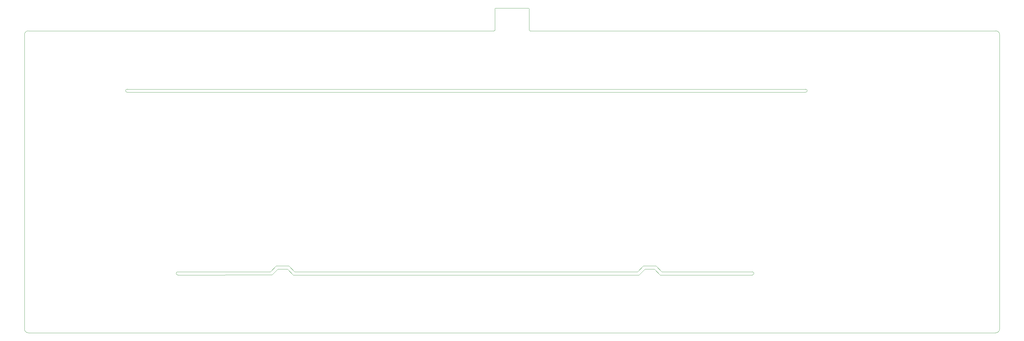
<source format=gm1>
G04 #@! TF.GenerationSoftware,KiCad,Pcbnew,(5.1.6)-1*
G04 #@! TF.CreationDate,2020-08-11T23:01:21-04:00*
G04 #@! TF.ProjectId,pcb-01,7063622d-3031-42e6-9b69-6361645f7063,01*
G04 #@! TF.SameCoordinates,Original*
G04 #@! TF.FileFunction,Profile,NP*
%FSLAX46Y46*%
G04 Gerber Fmt 4.6, Leading zero omitted, Abs format (unit mm)*
G04 Created by KiCad (PCBNEW (5.1.6)-1) date 2020-08-11 23:01:21*
%MOMM*%
%LPD*%
G01*
G04 APERTURE LIST*
G04 #@! TA.AperFunction,Profile*
%ADD10C,0.050000*%
G04 #@! TD*
G04 APERTURE END LIST*
D10*
X171530130Y-46748866D02*
G75*
G02*
X171788088Y-46510908I247958J-10000D01*
G01*
X181996046Y-46508866D02*
G75*
G02*
X182236046Y-46768866I-10000J-250000D01*
G01*
X182480130Y-53558866D02*
G75*
G02*
X182240130Y-53298866I10000J250000D01*
G01*
X171528088Y-53308866D02*
G75*
G02*
X171278088Y-53558866I-250000J0D01*
G01*
X215947184Y-128736506D02*
X217735436Y-126950618D01*
X221247878Y-127955180D02*
X223048088Y-129754240D01*
X216448088Y-129754240D02*
X218247878Y-127955180D01*
X328782441Y-146616411D02*
G75*
G02*
X327591815Y-147807037I-1190626J0D01*
G01*
X24982185Y-54747583D02*
G75*
G02*
X26172811Y-53556957I1190626J0D01*
G01*
X26172811Y-147807037D02*
G75*
G02*
X24982185Y-146616411I0J1190626D01*
G01*
X57001196Y-72754240D02*
X268336956Y-72754240D01*
X268336956Y-71754240D02*
X57001196Y-71754240D01*
X101613146Y-128736506D02*
X72747878Y-128754240D01*
X103399034Y-126950618D02*
X101613146Y-128736506D01*
X107380076Y-126950618D02*
X103399034Y-126950618D01*
X109165964Y-128736506D02*
X107380076Y-126950618D01*
X215947184Y-128736506D02*
X109165964Y-128736506D01*
X221747878Y-126950618D02*
X217735436Y-126950618D01*
X223548088Y-128748866D02*
X221747878Y-126950618D01*
X251747878Y-128754240D02*
X223548088Y-128748866D01*
X223048088Y-129754240D02*
X251747878Y-129754240D01*
X218247878Y-127955180D02*
X221247878Y-127955180D01*
X108719492Y-129778274D02*
X216448088Y-129754240D01*
X106896398Y-127955180D02*
X108719492Y-129778274D01*
X103882712Y-127955180D02*
X106896398Y-127955180D01*
X102096824Y-129741068D02*
X103882712Y-127955180D01*
X72747878Y-129754240D02*
X102096824Y-129741068D01*
X72747878Y-129754240D02*
G75*
G02*
X72747878Y-128754240I0J500000D01*
G01*
X251747878Y-128754240D02*
G75*
G02*
X251747878Y-129754240I0J-500000D01*
G01*
X268336956Y-71754240D02*
G75*
G02*
X268336956Y-72754240I0J-500000D01*
G01*
X57001196Y-72754240D02*
G75*
G02*
X57001196Y-71754240I0J500000D01*
G01*
X171278088Y-53558866D02*
X26172811Y-53556957D01*
X171530130Y-46748866D02*
X171528088Y-53308866D01*
X181996046Y-46508866D02*
X171788088Y-46510908D01*
X182240130Y-53298866D02*
X182236046Y-46768866D01*
X327591815Y-53556957D02*
X182480130Y-53558866D01*
X328782441Y-146616411D02*
X328782441Y-54747583D01*
X26172811Y-147807037D02*
X327591815Y-147807037D01*
X24982185Y-54747583D02*
X24982185Y-146616411D01*
X327591815Y-53556957D02*
G75*
G02*
X328782441Y-54747583I0J-1190626D01*
G01*
M02*

</source>
